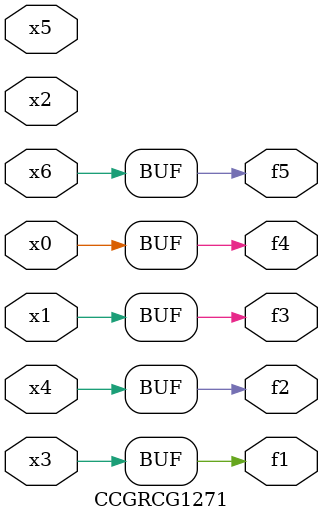
<source format=v>
module CCGRCG1271(
	input x0, x1, x2, x3, x4, x5, x6,
	output f1, f2, f3, f4, f5
);
	assign f1 = x3;
	assign f2 = x4;
	assign f3 = x1;
	assign f4 = x0;
	assign f5 = x6;
endmodule

</source>
